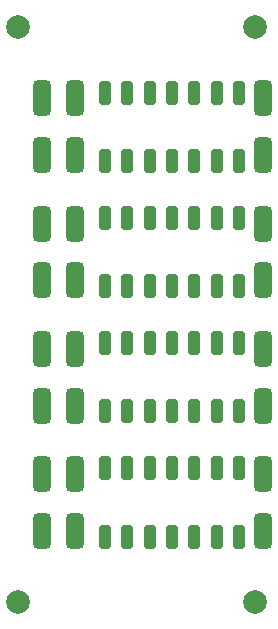
<source format=gts>
G04 #@! TF.GenerationSoftware,KiCad,Pcbnew,9.0.0*
G04 #@! TF.CreationDate,2025-02-22T21:46:14-05:00*
G04 #@! TF.ProjectId,panel,70616e65-6c2e-46b6-9963-61645f706362,v0.1.0*
G04 #@! TF.SameCoordinates,Original*
G04 #@! TF.FileFunction,Soldermask,Top*
G04 #@! TF.FilePolarity,Negative*
%FSLAX46Y46*%
G04 Gerber Fmt 4.6, Leading zero omitted, Abs format (unit mm)*
G04 Created by KiCad (PCBNEW 9.0.0) date 2025-02-22 21:46:14*
%MOMM*%
%LPD*%
G01*
G04 APERTURE LIST*
G04 Aperture macros list*
%AMRoundRect*
0 Rectangle with rounded corners*
0 $1 Rounding radius*
0 $2 $3 $4 $5 $6 $7 $8 $9 X,Y pos of 4 corners*
0 Add a 4 corners polygon primitive as box body*
4,1,4,$2,$3,$4,$5,$6,$7,$8,$9,$2,$3,0*
0 Add four circle primitives for the rounded corners*
1,1,$1+$1,$2,$3*
1,1,$1+$1,$4,$5*
1,1,$1+$1,$6,$7*
1,1,$1+$1,$8,$9*
0 Add four rect primitives between the rounded corners*
20,1,$1+$1,$2,$3,$4,$5,0*
20,1,$1+$1,$4,$5,$6,$7,0*
20,1,$1+$1,$6,$7,$8,$9,0*
20,1,$1+$1,$8,$9,$2,$3,0*%
G04 Aperture macros list end*
%ADD10RoundRect,0.250000X-0.250000X-0.750000X0.250000X-0.750000X0.250000X0.750000X-0.250000X0.750000X0*%
%ADD11RoundRect,0.375000X-0.375000X-1.125000X0.375000X-1.125000X0.375000X1.125000X-0.375000X1.125000X0*%
%ADD12C,2.000000*%
G04 APERTURE END LIST*
D10*
G04 #@! TO.C,J17*
X23000000Y-20000000D03*
G04 #@! TD*
G04 #@! TO.C,J4*
X17300000Y-47000000D03*
G04 #@! TD*
D11*
G04 #@! TO.C,J3*
X14800000Y-25300000D03*
G04 #@! TD*
D10*
G04 #@! TO.C,J9*
X26800000Y-47000000D03*
G04 #@! TD*
G04 #@! TO.C,J14*
X17300000Y-20000000D03*
G04 #@! TD*
G04 #@! TO.C,J4*
X17300000Y-36400000D03*
G04 #@! TD*
G04 #@! TO.C,J19*
X26800000Y-41200000D03*
G04 #@! TD*
G04 #@! TO.C,J15*
X19200000Y-41200000D03*
G04 #@! TD*
G04 #@! TO.C,J8*
X24900000Y-25800000D03*
G04 #@! TD*
D11*
G04 #@! TO.C,J12*
X12000000Y-9900000D03*
G04 #@! TD*
D10*
G04 #@! TO.C,J15*
X19200000Y-30600000D03*
G04 #@! TD*
D11*
G04 #@! TO.C,J12*
X12000000Y-31100000D03*
G04 #@! TD*
D10*
G04 #@! TO.C,J10*
X28700000Y-36400000D03*
G04 #@! TD*
G04 #@! TO.C,J10*
X28700000Y-47000000D03*
G04 #@! TD*
D11*
G04 #@! TO.C,J2*
X12000000Y-14700000D03*
G04 #@! TD*
D10*
G04 #@! TO.C,J8*
X24900000Y-15200000D03*
G04 #@! TD*
G04 #@! TO.C,J19*
X26800000Y-30600000D03*
G04 #@! TD*
D11*
G04 #@! TO.C,J12*
X12000000Y-20500000D03*
G04 #@! TD*
D10*
G04 #@! TO.C,J14*
X17300000Y-41200000D03*
G04 #@! TD*
G04 #@! TO.C,J20*
X28700000Y-20000000D03*
G04 #@! TD*
D11*
G04 #@! TO.C,J12*
X12000000Y-41700000D03*
G04 #@! TD*
G04 #@! TO.C,J11*
X30700000Y-25300000D03*
G04 #@! TD*
D12*
G04 #@! TO.C,KiKit_FID_T_2*
X30000000Y-3850000D03*
G04 #@! TD*
D10*
G04 #@! TO.C,J20*
X28700000Y-9400000D03*
G04 #@! TD*
G04 #@! TO.C,J14*
X17300000Y-30600000D03*
G04 #@! TD*
G04 #@! TO.C,J7*
X23000000Y-25800000D03*
G04 #@! TD*
G04 #@! TO.C,J7*
X23000000Y-47000000D03*
G04 #@! TD*
D11*
G04 #@! TO.C,J3*
X14800000Y-14700000D03*
G04 #@! TD*
D10*
G04 #@! TO.C,J19*
X26800000Y-9400000D03*
G04 #@! TD*
G04 #@! TO.C,J18*
X24900000Y-30600000D03*
G04 #@! TD*
D11*
G04 #@! TO.C,J11*
X30700000Y-35900000D03*
G04 #@! TD*
G04 #@! TO.C,J3*
X14800000Y-35900000D03*
G04 #@! TD*
D10*
G04 #@! TO.C,J17*
X23000000Y-9400000D03*
G04 #@! TD*
G04 #@! TO.C,J6*
X21100000Y-25800000D03*
G04 #@! TD*
G04 #@! TO.C,J5*
X19200000Y-47000000D03*
G04 #@! TD*
G04 #@! TO.C,J16*
X21100000Y-9400000D03*
G04 #@! TD*
G04 #@! TO.C,J5*
X19200000Y-36400000D03*
G04 #@! TD*
G04 #@! TO.C,J9*
X26800000Y-15200000D03*
G04 #@! TD*
G04 #@! TO.C,J8*
X24900000Y-47000000D03*
G04 #@! TD*
G04 #@! TO.C,J7*
X23000000Y-36400000D03*
G04 #@! TD*
D12*
G04 #@! TO.C,KiKit_FID_T_1*
X10000000Y-3850000D03*
G04 #@! TD*
G04 #@! TO.C,KiKit_FID_T_4*
X30000000Y-52550000D03*
G04 #@! TD*
D10*
G04 #@! TO.C,J15*
X19200000Y-20000000D03*
G04 #@! TD*
G04 #@! TO.C,J4*
X17300000Y-25800000D03*
G04 #@! TD*
D11*
G04 #@! TO.C,J13*
X14800000Y-31100000D03*
G04 #@! TD*
G04 #@! TO.C,J3*
X14800000Y-46500000D03*
G04 #@! TD*
D10*
G04 #@! TO.C,J16*
X21100000Y-20000000D03*
G04 #@! TD*
D12*
G04 #@! TO.C,KiKit_FID_T_3*
X10000000Y-52550000D03*
G04 #@! TD*
D10*
G04 #@! TO.C,J7*
X23000000Y-15200000D03*
G04 #@! TD*
G04 #@! TO.C,J6*
X21100000Y-47000000D03*
G04 #@! TD*
D11*
G04 #@! TO.C,J13*
X14800000Y-20500000D03*
G04 #@! TD*
G04 #@! TO.C,J21*
X30700000Y-31100000D03*
G04 #@! TD*
G04 #@! TO.C,J11*
X30700000Y-46500000D03*
G04 #@! TD*
G04 #@! TO.C,J21*
X30700000Y-20500000D03*
G04 #@! TD*
G04 #@! TO.C,J21*
X30700000Y-9900000D03*
G04 #@! TD*
D10*
G04 #@! TO.C,J4*
X17300000Y-15200000D03*
G04 #@! TD*
D11*
G04 #@! TO.C,J2*
X12000000Y-35900000D03*
G04 #@! TD*
D10*
G04 #@! TO.C,J19*
X26800000Y-20000000D03*
G04 #@! TD*
D11*
G04 #@! TO.C,J13*
X14800000Y-9900000D03*
G04 #@! TD*
G04 #@! TO.C,J13*
X14800000Y-41700000D03*
G04 #@! TD*
D10*
G04 #@! TO.C,J5*
X19200000Y-15200000D03*
G04 #@! TD*
G04 #@! TO.C,J15*
X19200000Y-9400000D03*
G04 #@! TD*
G04 #@! TO.C,J18*
X24900000Y-20000000D03*
G04 #@! TD*
G04 #@! TO.C,J16*
X21100000Y-41200000D03*
G04 #@! TD*
G04 #@! TO.C,J6*
X21100000Y-15200000D03*
G04 #@! TD*
G04 #@! TO.C,J18*
X24900000Y-41200000D03*
G04 #@! TD*
G04 #@! TO.C,J10*
X28700000Y-25800000D03*
G04 #@! TD*
G04 #@! TO.C,J5*
X19200000Y-25800000D03*
G04 #@! TD*
G04 #@! TO.C,J9*
X26800000Y-36400000D03*
G04 #@! TD*
D11*
G04 #@! TO.C,J2*
X12000000Y-25300000D03*
G04 #@! TD*
D10*
G04 #@! TO.C,J10*
X28700000Y-15200000D03*
G04 #@! TD*
G04 #@! TO.C,J17*
X23000000Y-30600000D03*
G04 #@! TD*
G04 #@! TO.C,J18*
X24900000Y-9400000D03*
G04 #@! TD*
D11*
G04 #@! TO.C,J11*
X30700000Y-14700000D03*
G04 #@! TD*
D10*
G04 #@! TO.C,J17*
X23000000Y-41200000D03*
G04 #@! TD*
D11*
G04 #@! TO.C,J21*
X30700000Y-41700000D03*
G04 #@! TD*
D10*
G04 #@! TO.C,J8*
X24900000Y-36400000D03*
G04 #@! TD*
D11*
G04 #@! TO.C,J2*
X12000000Y-46500000D03*
G04 #@! TD*
D10*
G04 #@! TO.C,J20*
X28700000Y-30600000D03*
G04 #@! TD*
G04 #@! TO.C,J6*
X21100000Y-36400000D03*
G04 #@! TD*
G04 #@! TO.C,J16*
X21100000Y-30600000D03*
G04 #@! TD*
G04 #@! TO.C,J14*
X17300000Y-9400000D03*
G04 #@! TD*
G04 #@! TO.C,J20*
X28700000Y-41200000D03*
G04 #@! TD*
G04 #@! TO.C,J9*
X26800000Y-25800000D03*
G04 #@! TD*
M02*

</source>
